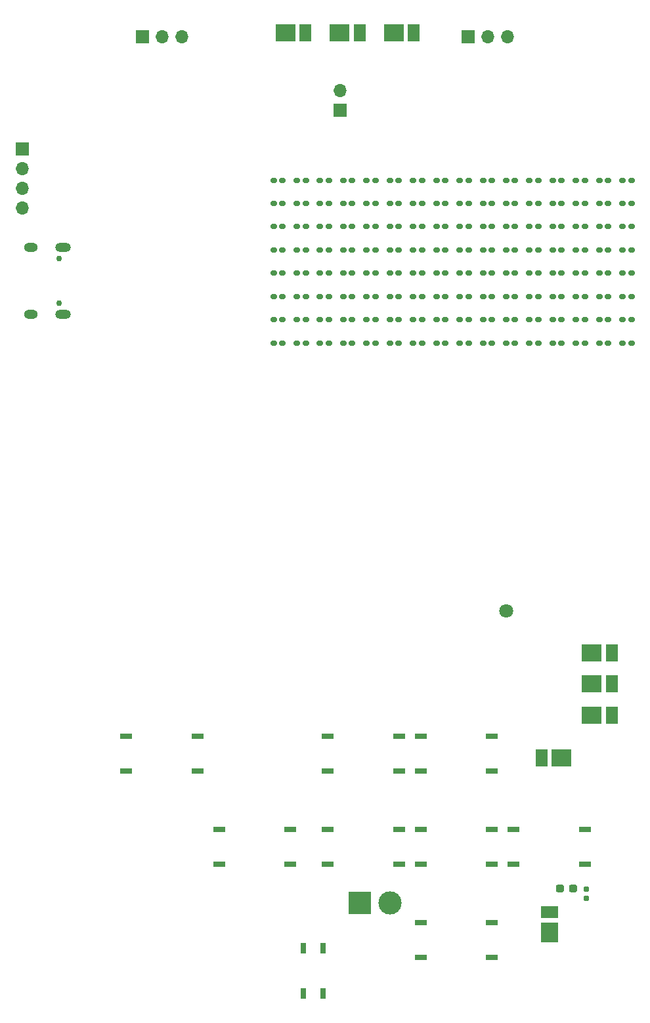
<source format=gbr>
%TF.GenerationSoftware,KiCad,Pcbnew,8.0.8*%
%TF.CreationDate,2025-07-18T23:40:04+08:00*%
%TF.ProjectId,pcb_badge,7063625f-6261-4646-9765-2e6b69636164,rev?*%
%TF.SameCoordinates,Original*%
%TF.FileFunction,Soldermask,Top*%
%TF.FilePolarity,Negative*%
%FSLAX46Y46*%
G04 Gerber Fmt 4.6, Leading zero omitted, Abs format (unit mm)*
G04 Created by KiCad (PCBNEW 8.0.8) date 2025-07-18 23:40:04*
%MOMM*%
%LPD*%
G01*
G04 APERTURE LIST*
G04 Aperture macros list*
%AMRoundRect*
0 Rectangle with rounded corners*
0 $1 Rounding radius*
0 $2 $3 $4 $5 $6 $7 $8 $9 X,Y pos of 4 corners*
0 Add a 4 corners polygon primitive as box body*
4,1,4,$2,$3,$4,$5,$6,$7,$8,$9,$2,$3,0*
0 Add four circle primitives for the rounded corners*
1,1,$1+$1,$2,$3*
1,1,$1+$1,$4,$5*
1,1,$1+$1,$6,$7*
1,1,$1+$1,$8,$9*
0 Add four rect primitives between the rounded corners*
20,1,$1+$1,$2,$3,$4,$5,0*
20,1,$1+$1,$4,$5,$6,$7,0*
20,1,$1+$1,$6,$7,$8,$9,0*
20,1,$1+$1,$8,$9,$2,$3,0*%
G04 Aperture macros list end*
%ADD10R,1.700000X1.700000*%
%ADD11O,1.700000X1.700000*%
%ADD12RoundRect,0.160000X-0.222500X-0.160000X0.222500X-0.160000X0.222500X0.160000X-0.222500X0.160000X0*%
%ADD13R,2.200000X2.500000*%
%ADD14R,2.200000X1.550000*%
%ADD15R,1.524000X0.762000*%
%ADD16R,2.500000X2.200000*%
%ADD17R,1.550000X2.200000*%
%ADD18R,0.700000X1.400000*%
%ADD19R,3.000000X3.000000*%
%ADD20C,3.000000*%
%ADD21RoundRect,0.237500X-0.287500X-0.237500X0.287500X-0.237500X0.287500X0.237500X-0.287500X0.237500X0*%
%ADD22RoundRect,0.160000X0.160000X-0.197500X0.160000X0.197500X-0.160000X0.197500X-0.160000X-0.197500X0*%
%ADD23C,0.750000*%
%ADD24O,1.800000X1.200000*%
%ADD25O,2.000000X1.200000*%
%ADD26C,1.800000*%
G04 APERTURE END LIST*
D10*
%TO.C,J5*%
X133500000Y-34500000D03*
D11*
X136040000Y-34500000D03*
X138580000Y-34500000D03*
%TD*%
D12*
%TO.C,D112*%
X114427502Y-62000000D03*
X115572502Y-62000000D03*
%TD*%
%TO.C,D21*%
X135427502Y-59000000D03*
X136572502Y-59000000D03*
%TD*%
%TO.C,D22*%
X138427502Y-59000000D03*
X139572502Y-59000000D03*
%TD*%
%TO.C,D124*%
X120427502Y-65000000D03*
X121572502Y-65000000D03*
%TD*%
D13*
%TO.C,D160*%
X144000000Y-150050000D03*
D14*
X144000000Y-147475000D03*
%TD*%
D12*
%TO.C,D157*%
X129427502Y-74000000D03*
X130572502Y-74000000D03*
%TD*%
%TO.C,D143*%
X117427502Y-71000000D03*
X118572502Y-71000000D03*
%TD*%
%TO.C,D55*%
X147427502Y-68000000D03*
X148572502Y-68000000D03*
%TD*%
D15*
%TO.C,SW3*%
X89402602Y-124749999D03*
X98597402Y-124749999D03*
X89402602Y-129250001D03*
X98597402Y-129250001D03*
%TD*%
D12*
%TO.C,D147*%
X129427502Y-71000000D03*
X130572502Y-71000000D03*
%TD*%
%TO.C,D96*%
X126427502Y-56000000D03*
X127572502Y-56000000D03*
%TD*%
%TO.C,D33*%
X141427502Y-62000000D03*
X142572502Y-62000000D03*
%TD*%
%TO.C,D104*%
X120427502Y-59000000D03*
X121572502Y-59000000D03*
%TD*%
%TO.C,D150*%
X108427502Y-74000000D03*
X109572502Y-74000000D03*
%TD*%
%TO.C,D152*%
X114427502Y-74000000D03*
X115572502Y-74000000D03*
%TD*%
D16*
%TO.C,D164*%
X109950000Y-34000000D03*
D17*
X112525000Y-34000000D03*
%TD*%
D12*
%TO.C,D51*%
X135427502Y-68000000D03*
X136572502Y-68000000D03*
%TD*%
%TO.C,D71*%
X135427502Y-74000000D03*
X136572502Y-74000000D03*
%TD*%
%TO.C,D113*%
X117427502Y-62000000D03*
X118572502Y-62000000D03*
%TD*%
%TO.C,D77*%
X153427502Y-74000000D03*
X154572502Y-74000000D03*
%TD*%
%TO.C,D43*%
X141427502Y-65000000D03*
X142572502Y-65000000D03*
%TD*%
%TO.C,D153*%
X117427502Y-74000000D03*
X118572502Y-74000000D03*
%TD*%
%TO.C,D110*%
X108427502Y-62000000D03*
X109572502Y-62000000D03*
%TD*%
D16*
%TO.C,D166*%
X123950000Y-34000000D03*
D17*
X126525000Y-34000000D03*
%TD*%
D18*
%TO.C,U6*%
X112230002Y-157900000D03*
X114770002Y-157900000D03*
X114770002Y-152100000D03*
X112230002Y-152100000D03*
%TD*%
D12*
%TO.C,D01*%
X135427502Y-53000000D03*
X136572502Y-53000000D03*
%TD*%
%TO.C,D136*%
X126427502Y-68000000D03*
X127572502Y-68000000D03*
%TD*%
%TO.C,D56*%
X150427502Y-68000000D03*
X151572502Y-68000000D03*
%TD*%
%TO.C,D05*%
X147427502Y-53000000D03*
X148572502Y-53000000D03*
%TD*%
%TO.C,D154*%
X120427502Y-74000000D03*
X121572502Y-74000000D03*
%TD*%
%TO.C,D16*%
X150427502Y-56000000D03*
X151572502Y-56000000D03*
%TD*%
%TO.C,D151*%
X111427502Y-74000000D03*
X112572502Y-74000000D03*
%TD*%
%TO.C,D66*%
X150427502Y-71000000D03*
X151572502Y-71000000D03*
%TD*%
%TO.C,D12*%
X138427502Y-56000000D03*
X139572502Y-56000000D03*
%TD*%
%TO.C,D76*%
X150427502Y-74000000D03*
X151572502Y-74000000D03*
%TD*%
%TO.C,D155*%
X123427502Y-74000000D03*
X124572502Y-74000000D03*
%TD*%
%TO.C,D75*%
X147427502Y-74000000D03*
X148572502Y-74000000D03*
%TD*%
%TO.C,D67*%
X153427502Y-71000000D03*
X154572502Y-71000000D03*
%TD*%
D10*
%TO.C,J7*%
X117000000Y-44000000D03*
D11*
X117000000Y-41460000D03*
%TD*%
D19*
%TO.C,J2*%
X119592500Y-146250000D03*
D20*
X123472500Y-146250000D03*
%TD*%
D12*
%TO.C,D95*%
X123427502Y-56000000D03*
X124572502Y-56000000D03*
%TD*%
%TO.C,D134*%
X120427502Y-68000000D03*
X121572502Y-68000000D03*
%TD*%
%TO.C,D145*%
X123427502Y-71000000D03*
X124572502Y-71000000D03*
%TD*%
%TO.C,D125*%
X123427502Y-65000000D03*
X124572502Y-65000000D03*
%TD*%
%TO.C,D13*%
X141427502Y-56000000D03*
X142572502Y-56000000D03*
%TD*%
%TO.C,D44*%
X144427502Y-65000000D03*
X145572502Y-65000000D03*
%TD*%
%TO.C,D34*%
X144427502Y-62000000D03*
X145572502Y-62000000D03*
%TD*%
%TO.C,D114*%
X120427502Y-62000000D03*
X121572502Y-62000000D03*
%TD*%
%TO.C,D14*%
X144427502Y-56000000D03*
X145572502Y-56000000D03*
%TD*%
%TO.C,D103*%
X117427502Y-59000000D03*
X118572502Y-59000000D03*
%TD*%
%TO.C,D53*%
X141427502Y-68000000D03*
X142572502Y-68000000D03*
%TD*%
D16*
%TO.C,D163*%
X149450000Y-118000000D03*
D17*
X152025000Y-118000000D03*
%TD*%
D12*
%TO.C,D90*%
X108427502Y-56000000D03*
X109572502Y-56000000D03*
%TD*%
%TO.C,D156*%
X126427502Y-74000000D03*
X127572502Y-74000000D03*
%TD*%
D21*
%TO.C,D3*%
X145347500Y-144377500D03*
X147097500Y-144377500D03*
%TD*%
D12*
%TO.C,D62*%
X138427502Y-71000000D03*
X139572502Y-71000000D03*
%TD*%
%TO.C,D20*%
X132427502Y-59000000D03*
X133572502Y-59000000D03*
%TD*%
%TO.C,D36*%
X150427502Y-62000000D03*
X151572502Y-62000000D03*
%TD*%
%TO.C,D93*%
X117427502Y-56000000D03*
X118572502Y-56000000D03*
%TD*%
%TO.C,D60*%
X132427502Y-71000000D03*
X133572502Y-71000000D03*
%TD*%
%TO.C,D111*%
X111427502Y-62000000D03*
X112572502Y-62000000D03*
%TD*%
%TO.C,D32*%
X138427502Y-62000000D03*
X139572502Y-62000000D03*
%TD*%
%TO.C,D115*%
X123427502Y-62000000D03*
X124572502Y-62000000D03*
%TD*%
%TO.C,D30*%
X132427502Y-62000000D03*
X133572502Y-62000000D03*
%TD*%
%TO.C,D37*%
X153427502Y-62000000D03*
X154572502Y-62000000D03*
%TD*%
D16*
%TO.C,D167*%
X116950000Y-34000000D03*
D17*
X119525000Y-34000000D03*
%TD*%
D12*
%TO.C,D27*%
X153427502Y-59000000D03*
X154572502Y-59000000D03*
%TD*%
%TO.C,D07*%
X153427502Y-53000000D03*
X154572502Y-53000000D03*
%TD*%
%TO.C,D65*%
X147427502Y-71000000D03*
X148572502Y-71000000D03*
%TD*%
%TO.C,D97*%
X129427502Y-56000000D03*
X130572502Y-56000000D03*
%TD*%
%TO.C,D02*%
X138427502Y-53000000D03*
X139572502Y-53000000D03*
%TD*%
%TO.C,D141*%
X111427502Y-71000000D03*
X112572502Y-71000000D03*
%TD*%
D15*
%TO.C,SW6*%
X139402602Y-136749999D03*
X148597402Y-136749999D03*
X139402602Y-141250001D03*
X148597402Y-141250001D03*
%TD*%
D12*
%TO.C,D133*%
X117427502Y-68000000D03*
X118572502Y-68000000D03*
%TD*%
D15*
%TO.C,SW1*%
X101402602Y-136749999D03*
X110597402Y-136749999D03*
X101402602Y-141250001D03*
X110597402Y-141250001D03*
%TD*%
D12*
%TO.C,D126*%
X126427502Y-65000000D03*
X127572502Y-65000000D03*
%TD*%
%TO.C,D06*%
X150427502Y-53000000D03*
X151572502Y-53000000D03*
%TD*%
%TO.C,D84*%
X120427502Y-53000000D03*
X121572502Y-53000000D03*
%TD*%
%TO.C,D91*%
X111427502Y-56000000D03*
X112572502Y-56000000D03*
%TD*%
%TO.C,D130*%
X108427502Y-68000000D03*
X109572502Y-68000000D03*
%TD*%
%TO.C,D17*%
X153427502Y-56000000D03*
X154572502Y-56000000D03*
%TD*%
%TO.C,D24*%
X144427502Y-59000000D03*
X145572502Y-59000000D03*
%TD*%
D15*
%TO.C,SW2*%
X127402602Y-148749999D03*
X136597402Y-148749999D03*
X127402602Y-153250001D03*
X136597402Y-153250001D03*
%TD*%
D12*
%TO.C,D35*%
X147427502Y-62000000D03*
X148572502Y-62000000D03*
%TD*%
%TO.C,D04*%
X144427502Y-53000000D03*
X145572502Y-53000000D03*
%TD*%
%TO.C,D100*%
X108427502Y-59000000D03*
X109572502Y-59000000D03*
%TD*%
%TO.C,D74*%
X144427502Y-74000000D03*
X145572502Y-74000000D03*
%TD*%
%TO.C,D70*%
X132427502Y-74000000D03*
X133572502Y-74000000D03*
%TD*%
%TO.C,D106*%
X126427502Y-59000000D03*
X127572502Y-59000000D03*
%TD*%
%TO.C,D101*%
X111427502Y-59000000D03*
X112572502Y-59000000D03*
%TD*%
%TO.C,D132*%
X114427502Y-68000000D03*
X115572502Y-68000000D03*
%TD*%
%TO.C,D23*%
X141427502Y-59000000D03*
X142572502Y-59000000D03*
%TD*%
%TO.C,D57*%
X153427502Y-68000000D03*
X154572502Y-68000000D03*
%TD*%
%TO.C,D107*%
X129427502Y-59000000D03*
X130572502Y-59000000D03*
%TD*%
%TO.C,D123*%
X117427502Y-65000000D03*
X118572502Y-65000000D03*
%TD*%
%TO.C,D102*%
X114427502Y-59000000D03*
X115572502Y-59000000D03*
%TD*%
%TO.C,D64*%
X144427502Y-71000000D03*
X145572502Y-71000000D03*
%TD*%
%TO.C,D26*%
X150427502Y-59000000D03*
X151572502Y-59000000D03*
%TD*%
D16*
%TO.C,D162*%
X149450000Y-122000000D03*
D17*
X152025000Y-122000000D03*
%TD*%
D12*
%TO.C,D42*%
X138427502Y-65000000D03*
X139572502Y-65000000D03*
%TD*%
%TO.C,D46*%
X150427502Y-65000000D03*
X151572502Y-65000000D03*
%TD*%
%TO.C,D131*%
X111427502Y-68000000D03*
X112572502Y-68000000D03*
%TD*%
%TO.C,D50*%
X132427502Y-68000000D03*
X133572502Y-68000000D03*
%TD*%
D16*
%TO.C,D161*%
X145550000Y-127500000D03*
D17*
X142975000Y-127500000D03*
%TD*%
D12*
%TO.C,D144*%
X120427502Y-71000000D03*
X121572502Y-71000000D03*
%TD*%
%TO.C,D105*%
X123427502Y-59000000D03*
X124572502Y-59000000D03*
%TD*%
%TO.C,D116*%
X126427502Y-62000000D03*
X127572502Y-62000000D03*
%TD*%
%TO.C,D52*%
X138427502Y-68000000D03*
X139572502Y-68000000D03*
%TD*%
D10*
%TO.C,J4*%
X91500000Y-34500000D03*
D11*
X94040000Y-34500000D03*
X96580000Y-34500000D03*
%TD*%
D12*
%TO.C,D00*%
X132427502Y-53000000D03*
X133572502Y-53000000D03*
%TD*%
%TO.C,D85*%
X123427502Y-53000000D03*
X124572502Y-53000000D03*
%TD*%
D15*
%TO.C,SW8*%
X127402602Y-124749999D03*
X136597402Y-124749999D03*
X127402602Y-129250001D03*
X136597402Y-129250001D03*
%TD*%
D12*
%TO.C,D142*%
X114427502Y-71000000D03*
X115572502Y-71000000D03*
%TD*%
%TO.C,D63*%
X141427502Y-71000000D03*
X142572502Y-71000000D03*
%TD*%
%TO.C,D140*%
X108427502Y-71000000D03*
X109572502Y-71000000D03*
%TD*%
D15*
%TO.C,SW5*%
X127402602Y-136749999D03*
X136597402Y-136749999D03*
X127402602Y-141250001D03*
X136597402Y-141250001D03*
%TD*%
D12*
%TO.C,D82*%
X114427502Y-53000000D03*
X115572502Y-53000000D03*
%TD*%
%TO.C,D47*%
X153427502Y-65000000D03*
X154572502Y-65000000D03*
%TD*%
%TO.C,D83*%
X117427502Y-53000000D03*
X118572502Y-53000000D03*
%TD*%
%TO.C,D15*%
X147427502Y-56000000D03*
X148572502Y-56000000D03*
%TD*%
%TO.C,D92*%
X114427502Y-56000000D03*
X115572502Y-56000000D03*
%TD*%
%TO.C,D41*%
X135427502Y-65000000D03*
X136572502Y-65000000D03*
%TD*%
%TO.C,D122*%
X114427502Y-65000000D03*
X115572502Y-65000000D03*
%TD*%
%TO.C,D94*%
X120427502Y-56000000D03*
X121572502Y-56000000D03*
%TD*%
D15*
%TO.C,SW4*%
X115402602Y-136749999D03*
X124597402Y-136749999D03*
X115402602Y-141250001D03*
X124597402Y-141250001D03*
%TD*%
D12*
%TO.C,D25*%
X147427502Y-59000000D03*
X148572502Y-59000000D03*
%TD*%
%TO.C,D80*%
X108427502Y-53000000D03*
X109572502Y-53000000D03*
%TD*%
%TO.C,D135*%
X123427502Y-68000000D03*
X124572502Y-68000000D03*
%TD*%
D10*
%TO.C,J3*%
X76000002Y-49000000D03*
D11*
X76000002Y-51540000D03*
X76000002Y-54080000D03*
X76000002Y-56620000D03*
%TD*%
D22*
%TO.C,R29*%
X148800000Y-145697500D03*
X148800000Y-144502500D03*
%TD*%
D12*
%TO.C,D40*%
X132427502Y-65000000D03*
X133572502Y-65000000D03*
%TD*%
%TO.C,D120*%
X108427502Y-65000000D03*
X109572502Y-65000000D03*
%TD*%
%TO.C,D11*%
X135427502Y-56000000D03*
X136572502Y-56000000D03*
%TD*%
%TO.C,D87*%
X129427502Y-53000000D03*
X130572502Y-53000000D03*
%TD*%
D16*
%TO.C,D165*%
X149450000Y-114000000D03*
D17*
X152025000Y-114000000D03*
%TD*%
D12*
%TO.C,D81*%
X111427502Y-53000000D03*
X112572502Y-53000000D03*
%TD*%
%TO.C,D127*%
X129427502Y-65000000D03*
X130572502Y-65000000D03*
%TD*%
%TO.C,D72*%
X138427502Y-74000000D03*
X139572502Y-74000000D03*
%TD*%
%TO.C,D137*%
X129427502Y-68000000D03*
X130572502Y-68000000D03*
%TD*%
%TO.C,D54*%
X144427502Y-68000000D03*
X145572502Y-68000000D03*
%TD*%
%TO.C,D03*%
X141427502Y-53000000D03*
X142572502Y-53000000D03*
%TD*%
%TO.C,D10*%
X132427502Y-56000000D03*
X133572502Y-56000000D03*
%TD*%
%TO.C,D117*%
X129427502Y-62000000D03*
X130572502Y-62000000D03*
%TD*%
%TO.C,D45*%
X147427502Y-65000000D03*
X148572502Y-65000000D03*
%TD*%
%TO.C,D61*%
X135427502Y-71000000D03*
X136572502Y-71000000D03*
%TD*%
D15*
%TO.C,SW7*%
X115402602Y-124749999D03*
X124597402Y-124749999D03*
X115402602Y-129250001D03*
X124597402Y-129250001D03*
%TD*%
D12*
%TO.C,D146*%
X126427502Y-71000000D03*
X127572502Y-71000000D03*
%TD*%
%TO.C,D86*%
X126427502Y-53000000D03*
X127572502Y-53000000D03*
%TD*%
%TO.C,D121*%
X111427502Y-65000000D03*
X112572502Y-65000000D03*
%TD*%
%TO.C,D31*%
X135427502Y-62000000D03*
X136572502Y-62000000D03*
%TD*%
%TO.C,D73*%
X141427502Y-74000000D03*
X142572502Y-74000000D03*
%TD*%
D23*
%TO.C,J1*%
X80810000Y-68900000D03*
X80810000Y-63100000D03*
D24*
X77130000Y-70330000D03*
D25*
X81310000Y-70330000D03*
D24*
X77130000Y-61670000D03*
D25*
X81310000Y-61670000D03*
%TD*%
D26*
%TO.C,BT1*%
X138450000Y-108550000D03*
%TD*%
M02*

</source>
